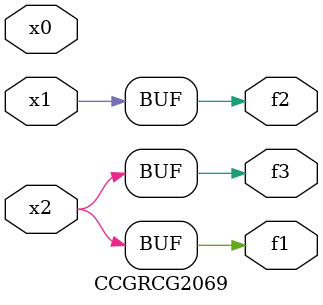
<source format=v>
module CCGRCG2069(
	input x0, x1, x2,
	output f1, f2, f3
);
	assign f1 = x2;
	assign f2 = x1;
	assign f3 = x2;
endmodule

</source>
